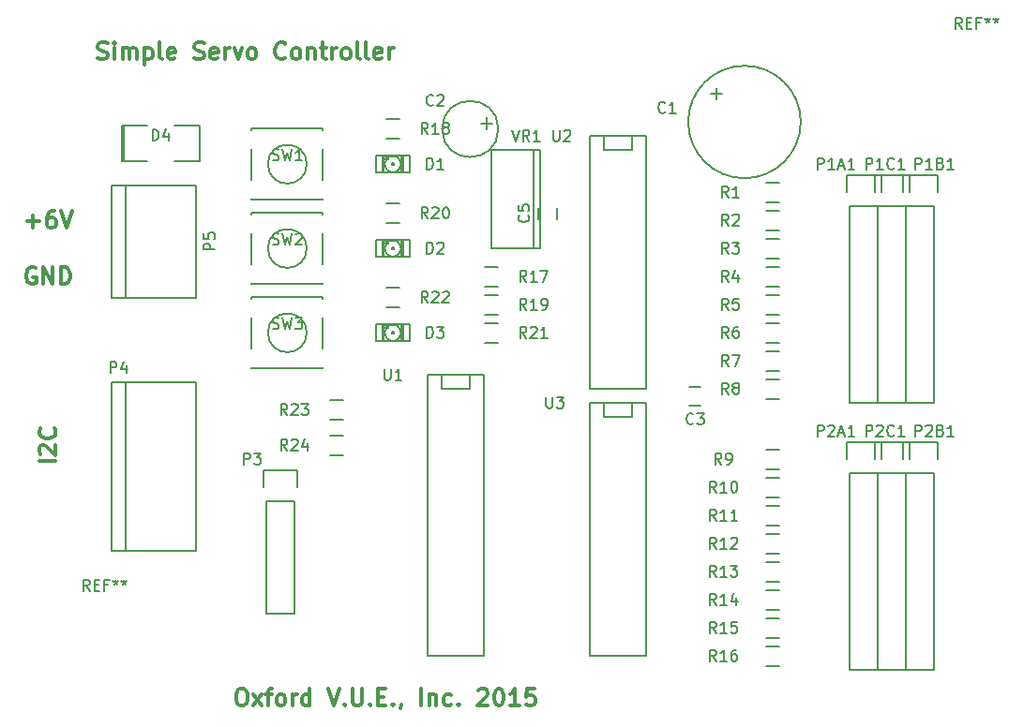
<source format=gto>
G04 #@! TF.FileFunction,Legend,Top*
%FSLAX46Y46*%
G04 Gerber Fmt 4.6, Leading zero omitted, Abs format (unit mm)*
G04 Created by KiCad (PCBNEW (2015-04-09 BZR 5589)-product) date Sunday, April 12, 2015 'PMt' 01:39:24 PM*
%MOMM*%
G01*
G04 APERTURE LIST*
%ADD10C,0.150000*%
%ADD11C,0.300000*%
G04 APERTURE END LIST*
D10*
D11*
X109898571Y-131004285D02*
X108398571Y-131004285D01*
X108541429Y-130361428D02*
X108470000Y-130289999D01*
X108398571Y-130147142D01*
X108398571Y-129789999D01*
X108470000Y-129647142D01*
X108541429Y-129575713D01*
X108684286Y-129504285D01*
X108827143Y-129504285D01*
X109041429Y-129575713D01*
X109898571Y-130432856D01*
X109898571Y-129504285D01*
X109755714Y-128004285D02*
X109827143Y-128075714D01*
X109898571Y-128290000D01*
X109898571Y-128432857D01*
X109827143Y-128647142D01*
X109684286Y-128790000D01*
X109541429Y-128861428D01*
X109255714Y-128932857D01*
X109041429Y-128932857D01*
X108755714Y-128861428D01*
X108612857Y-128790000D01*
X108470000Y-128647142D01*
X108398571Y-128432857D01*
X108398571Y-128290000D01*
X108470000Y-128075714D01*
X108541429Y-128004285D01*
X108077143Y-113550000D02*
X107934286Y-113478571D01*
X107720000Y-113478571D01*
X107505715Y-113550000D01*
X107362857Y-113692857D01*
X107291429Y-113835714D01*
X107220000Y-114121429D01*
X107220000Y-114335714D01*
X107291429Y-114621429D01*
X107362857Y-114764286D01*
X107505715Y-114907143D01*
X107720000Y-114978571D01*
X107862857Y-114978571D01*
X108077143Y-114907143D01*
X108148572Y-114835714D01*
X108148572Y-114335714D01*
X107862857Y-114335714D01*
X108791429Y-114978571D02*
X108791429Y-113478571D01*
X109648572Y-114978571D01*
X109648572Y-113478571D01*
X110362858Y-114978571D02*
X110362858Y-113478571D01*
X110720001Y-113478571D01*
X110934286Y-113550000D01*
X111077144Y-113692857D01*
X111148572Y-113835714D01*
X111220001Y-114121429D01*
X111220001Y-114335714D01*
X111148572Y-114621429D01*
X111077144Y-114764286D01*
X110934286Y-114907143D01*
X110720001Y-114978571D01*
X110362858Y-114978571D01*
X107291429Y-109327143D02*
X108434286Y-109327143D01*
X107862857Y-109898571D02*
X107862857Y-108755714D01*
X109791429Y-108398571D02*
X109505715Y-108398571D01*
X109362858Y-108470000D01*
X109291429Y-108541429D01*
X109148572Y-108755714D01*
X109077143Y-109041429D01*
X109077143Y-109612857D01*
X109148572Y-109755714D01*
X109220000Y-109827143D01*
X109362858Y-109898571D01*
X109648572Y-109898571D01*
X109791429Y-109827143D01*
X109862858Y-109755714D01*
X109934286Y-109612857D01*
X109934286Y-109255714D01*
X109862858Y-109112857D01*
X109791429Y-109041429D01*
X109648572Y-108970000D01*
X109362858Y-108970000D01*
X109220000Y-109041429D01*
X109148572Y-109112857D01*
X109077143Y-109255714D01*
X110362857Y-108398571D02*
X110862857Y-109898571D01*
X111362857Y-108398571D01*
X126557143Y-151578571D02*
X126842857Y-151578571D01*
X126985715Y-151650000D01*
X127128572Y-151792857D01*
X127200000Y-152078571D01*
X127200000Y-152578571D01*
X127128572Y-152864286D01*
X126985715Y-153007143D01*
X126842857Y-153078571D01*
X126557143Y-153078571D01*
X126414286Y-153007143D01*
X126271429Y-152864286D01*
X126200000Y-152578571D01*
X126200000Y-152078571D01*
X126271429Y-151792857D01*
X126414286Y-151650000D01*
X126557143Y-151578571D01*
X127700001Y-153078571D02*
X128485715Y-152078571D01*
X127700001Y-152078571D02*
X128485715Y-153078571D01*
X128842858Y-152078571D02*
X129414287Y-152078571D01*
X129057144Y-153078571D02*
X129057144Y-151792857D01*
X129128572Y-151650000D01*
X129271430Y-151578571D01*
X129414287Y-151578571D01*
X130128573Y-153078571D02*
X129985715Y-153007143D01*
X129914287Y-152935714D01*
X129842858Y-152792857D01*
X129842858Y-152364286D01*
X129914287Y-152221429D01*
X129985715Y-152150000D01*
X130128573Y-152078571D01*
X130342858Y-152078571D01*
X130485715Y-152150000D01*
X130557144Y-152221429D01*
X130628573Y-152364286D01*
X130628573Y-152792857D01*
X130557144Y-152935714D01*
X130485715Y-153007143D01*
X130342858Y-153078571D01*
X130128573Y-153078571D01*
X131271430Y-153078571D02*
X131271430Y-152078571D01*
X131271430Y-152364286D02*
X131342858Y-152221429D01*
X131414287Y-152150000D01*
X131557144Y-152078571D01*
X131700001Y-152078571D01*
X132842858Y-153078571D02*
X132842858Y-151578571D01*
X132842858Y-153007143D02*
X132700001Y-153078571D01*
X132414287Y-153078571D01*
X132271429Y-153007143D01*
X132200001Y-152935714D01*
X132128572Y-152792857D01*
X132128572Y-152364286D01*
X132200001Y-152221429D01*
X132271429Y-152150000D01*
X132414287Y-152078571D01*
X132700001Y-152078571D01*
X132842858Y-152150000D01*
X134485715Y-151578571D02*
X134985715Y-153078571D01*
X135485715Y-151578571D01*
X135985715Y-152935714D02*
X136057143Y-153007143D01*
X135985715Y-153078571D01*
X135914286Y-153007143D01*
X135985715Y-152935714D01*
X135985715Y-153078571D01*
X136700001Y-151578571D02*
X136700001Y-152792857D01*
X136771429Y-152935714D01*
X136842858Y-153007143D01*
X136985715Y-153078571D01*
X137271429Y-153078571D01*
X137414287Y-153007143D01*
X137485715Y-152935714D01*
X137557144Y-152792857D01*
X137557144Y-151578571D01*
X138271430Y-152935714D02*
X138342858Y-153007143D01*
X138271430Y-153078571D01*
X138200001Y-153007143D01*
X138271430Y-152935714D01*
X138271430Y-153078571D01*
X138985716Y-152292857D02*
X139485716Y-152292857D01*
X139700002Y-153078571D02*
X138985716Y-153078571D01*
X138985716Y-151578571D01*
X139700002Y-151578571D01*
X140342859Y-152935714D02*
X140414287Y-153007143D01*
X140342859Y-153078571D01*
X140271430Y-153007143D01*
X140342859Y-152935714D01*
X140342859Y-153078571D01*
X141128573Y-153007143D02*
X141128573Y-153078571D01*
X141057145Y-153221429D01*
X140985716Y-153292857D01*
X142914288Y-153078571D02*
X142914288Y-151578571D01*
X143628574Y-152078571D02*
X143628574Y-153078571D01*
X143628574Y-152221429D02*
X143700002Y-152150000D01*
X143842860Y-152078571D01*
X144057145Y-152078571D01*
X144200002Y-152150000D01*
X144271431Y-152292857D01*
X144271431Y-153078571D01*
X145628574Y-153007143D02*
X145485717Y-153078571D01*
X145200003Y-153078571D01*
X145057145Y-153007143D01*
X144985717Y-152935714D01*
X144914288Y-152792857D01*
X144914288Y-152364286D01*
X144985717Y-152221429D01*
X145057145Y-152150000D01*
X145200003Y-152078571D01*
X145485717Y-152078571D01*
X145628574Y-152150000D01*
X146271431Y-152935714D02*
X146342859Y-153007143D01*
X146271431Y-153078571D01*
X146200002Y-153007143D01*
X146271431Y-152935714D01*
X146271431Y-153078571D01*
X148057145Y-151721429D02*
X148128574Y-151650000D01*
X148271431Y-151578571D01*
X148628574Y-151578571D01*
X148771431Y-151650000D01*
X148842860Y-151721429D01*
X148914288Y-151864286D01*
X148914288Y-152007143D01*
X148842860Y-152221429D01*
X147985717Y-153078571D01*
X148914288Y-153078571D01*
X149842859Y-151578571D02*
X149985716Y-151578571D01*
X150128573Y-151650000D01*
X150200002Y-151721429D01*
X150271431Y-151864286D01*
X150342859Y-152150000D01*
X150342859Y-152507143D01*
X150271431Y-152792857D01*
X150200002Y-152935714D01*
X150128573Y-153007143D01*
X149985716Y-153078571D01*
X149842859Y-153078571D01*
X149700002Y-153007143D01*
X149628573Y-152935714D01*
X149557145Y-152792857D01*
X149485716Y-152507143D01*
X149485716Y-152150000D01*
X149557145Y-151864286D01*
X149628573Y-151721429D01*
X149700002Y-151650000D01*
X149842859Y-151578571D01*
X151771430Y-153078571D02*
X150914287Y-153078571D01*
X151342859Y-153078571D02*
X151342859Y-151578571D01*
X151200002Y-151792857D01*
X151057144Y-151935714D01*
X150914287Y-152007143D01*
X153128573Y-151578571D02*
X152414287Y-151578571D01*
X152342858Y-152292857D01*
X152414287Y-152221429D01*
X152557144Y-152150000D01*
X152914287Y-152150000D01*
X153057144Y-152221429D01*
X153128573Y-152292857D01*
X153200001Y-152435714D01*
X153200001Y-152792857D01*
X153128573Y-152935714D01*
X153057144Y-153007143D01*
X152914287Y-153078571D01*
X152557144Y-153078571D01*
X152414287Y-153007143D01*
X152342858Y-152935714D01*
X113714287Y-94587143D02*
X113928573Y-94658571D01*
X114285716Y-94658571D01*
X114428573Y-94587143D01*
X114500002Y-94515714D01*
X114571430Y-94372857D01*
X114571430Y-94230000D01*
X114500002Y-94087143D01*
X114428573Y-94015714D01*
X114285716Y-93944286D01*
X114000002Y-93872857D01*
X113857144Y-93801429D01*
X113785716Y-93730000D01*
X113714287Y-93587143D01*
X113714287Y-93444286D01*
X113785716Y-93301429D01*
X113857144Y-93230000D01*
X114000002Y-93158571D01*
X114357144Y-93158571D01*
X114571430Y-93230000D01*
X115214287Y-94658571D02*
X115214287Y-93658571D01*
X115214287Y-93158571D02*
X115142858Y-93230000D01*
X115214287Y-93301429D01*
X115285715Y-93230000D01*
X115214287Y-93158571D01*
X115214287Y-93301429D01*
X115928573Y-94658571D02*
X115928573Y-93658571D01*
X115928573Y-93801429D02*
X116000001Y-93730000D01*
X116142859Y-93658571D01*
X116357144Y-93658571D01*
X116500001Y-93730000D01*
X116571430Y-93872857D01*
X116571430Y-94658571D01*
X116571430Y-93872857D02*
X116642859Y-93730000D01*
X116785716Y-93658571D01*
X117000001Y-93658571D01*
X117142859Y-93730000D01*
X117214287Y-93872857D01*
X117214287Y-94658571D01*
X117928573Y-93658571D02*
X117928573Y-95158571D01*
X117928573Y-93730000D02*
X118071430Y-93658571D01*
X118357144Y-93658571D01*
X118500001Y-93730000D01*
X118571430Y-93801429D01*
X118642859Y-93944286D01*
X118642859Y-94372857D01*
X118571430Y-94515714D01*
X118500001Y-94587143D01*
X118357144Y-94658571D01*
X118071430Y-94658571D01*
X117928573Y-94587143D01*
X119500002Y-94658571D02*
X119357144Y-94587143D01*
X119285716Y-94444286D01*
X119285716Y-93158571D01*
X120642858Y-94587143D02*
X120500001Y-94658571D01*
X120214287Y-94658571D01*
X120071430Y-94587143D01*
X120000001Y-94444286D01*
X120000001Y-93872857D01*
X120071430Y-93730000D01*
X120214287Y-93658571D01*
X120500001Y-93658571D01*
X120642858Y-93730000D01*
X120714287Y-93872857D01*
X120714287Y-94015714D01*
X120000001Y-94158571D01*
X122428572Y-94587143D02*
X122642858Y-94658571D01*
X123000001Y-94658571D01*
X123142858Y-94587143D01*
X123214287Y-94515714D01*
X123285715Y-94372857D01*
X123285715Y-94230000D01*
X123214287Y-94087143D01*
X123142858Y-94015714D01*
X123000001Y-93944286D01*
X122714287Y-93872857D01*
X122571429Y-93801429D01*
X122500001Y-93730000D01*
X122428572Y-93587143D01*
X122428572Y-93444286D01*
X122500001Y-93301429D01*
X122571429Y-93230000D01*
X122714287Y-93158571D01*
X123071429Y-93158571D01*
X123285715Y-93230000D01*
X124500000Y-94587143D02*
X124357143Y-94658571D01*
X124071429Y-94658571D01*
X123928572Y-94587143D01*
X123857143Y-94444286D01*
X123857143Y-93872857D01*
X123928572Y-93730000D01*
X124071429Y-93658571D01*
X124357143Y-93658571D01*
X124500000Y-93730000D01*
X124571429Y-93872857D01*
X124571429Y-94015714D01*
X123857143Y-94158571D01*
X125214286Y-94658571D02*
X125214286Y-93658571D01*
X125214286Y-93944286D02*
X125285714Y-93801429D01*
X125357143Y-93730000D01*
X125500000Y-93658571D01*
X125642857Y-93658571D01*
X126000000Y-93658571D02*
X126357143Y-94658571D01*
X126714285Y-93658571D01*
X127500000Y-94658571D02*
X127357142Y-94587143D01*
X127285714Y-94515714D01*
X127214285Y-94372857D01*
X127214285Y-93944286D01*
X127285714Y-93801429D01*
X127357142Y-93730000D01*
X127500000Y-93658571D01*
X127714285Y-93658571D01*
X127857142Y-93730000D01*
X127928571Y-93801429D01*
X128000000Y-93944286D01*
X128000000Y-94372857D01*
X127928571Y-94515714D01*
X127857142Y-94587143D01*
X127714285Y-94658571D01*
X127500000Y-94658571D01*
X130642857Y-94515714D02*
X130571428Y-94587143D01*
X130357142Y-94658571D01*
X130214285Y-94658571D01*
X130000000Y-94587143D01*
X129857142Y-94444286D01*
X129785714Y-94301429D01*
X129714285Y-94015714D01*
X129714285Y-93801429D01*
X129785714Y-93515714D01*
X129857142Y-93372857D01*
X130000000Y-93230000D01*
X130214285Y-93158571D01*
X130357142Y-93158571D01*
X130571428Y-93230000D01*
X130642857Y-93301429D01*
X131500000Y-94658571D02*
X131357142Y-94587143D01*
X131285714Y-94515714D01*
X131214285Y-94372857D01*
X131214285Y-93944286D01*
X131285714Y-93801429D01*
X131357142Y-93730000D01*
X131500000Y-93658571D01*
X131714285Y-93658571D01*
X131857142Y-93730000D01*
X131928571Y-93801429D01*
X132000000Y-93944286D01*
X132000000Y-94372857D01*
X131928571Y-94515714D01*
X131857142Y-94587143D01*
X131714285Y-94658571D01*
X131500000Y-94658571D01*
X132642857Y-93658571D02*
X132642857Y-94658571D01*
X132642857Y-93801429D02*
X132714285Y-93730000D01*
X132857143Y-93658571D01*
X133071428Y-93658571D01*
X133214285Y-93730000D01*
X133285714Y-93872857D01*
X133285714Y-94658571D01*
X133785714Y-93658571D02*
X134357143Y-93658571D01*
X134000000Y-93158571D02*
X134000000Y-94444286D01*
X134071428Y-94587143D01*
X134214286Y-94658571D01*
X134357143Y-94658571D01*
X134857143Y-94658571D02*
X134857143Y-93658571D01*
X134857143Y-93944286D02*
X134928571Y-93801429D01*
X135000000Y-93730000D01*
X135142857Y-93658571D01*
X135285714Y-93658571D01*
X136000000Y-94658571D02*
X135857142Y-94587143D01*
X135785714Y-94515714D01*
X135714285Y-94372857D01*
X135714285Y-93944286D01*
X135785714Y-93801429D01*
X135857142Y-93730000D01*
X136000000Y-93658571D01*
X136214285Y-93658571D01*
X136357142Y-93730000D01*
X136428571Y-93801429D01*
X136500000Y-93944286D01*
X136500000Y-94372857D01*
X136428571Y-94515714D01*
X136357142Y-94587143D01*
X136214285Y-94658571D01*
X136000000Y-94658571D01*
X137357143Y-94658571D02*
X137214285Y-94587143D01*
X137142857Y-94444286D01*
X137142857Y-93158571D01*
X138142857Y-94658571D02*
X137999999Y-94587143D01*
X137928571Y-94444286D01*
X137928571Y-93158571D01*
X139285713Y-94587143D02*
X139142856Y-94658571D01*
X138857142Y-94658571D01*
X138714285Y-94587143D01*
X138642856Y-94444286D01*
X138642856Y-93872857D01*
X138714285Y-93730000D01*
X138857142Y-93658571D01*
X139142856Y-93658571D01*
X139285713Y-93730000D01*
X139357142Y-93872857D01*
X139357142Y-94015714D01*
X138642856Y-94158571D01*
X139999999Y-94658571D02*
X139999999Y-93658571D01*
X139999999Y-93944286D02*
X140071427Y-93801429D01*
X140142856Y-93730000D01*
X140285713Y-93658571D01*
X140428570Y-93658571D01*
D10*
X169545000Y-97282000D02*
X169545000Y-98298000D01*
X169037000Y-97790000D02*
X170053000Y-97790000D01*
X177165000Y-100330000D02*
G75*
G03X177165000Y-100330000I-5080000J0D01*
G01*
X148844000Y-100965000D02*
X148844000Y-99898200D01*
X149352000Y-100457000D02*
X148310600Y-100457000D01*
X149860000Y-100965000D02*
G75*
G03X149860000Y-100965000I-2540000J0D01*
G01*
X167140000Y-125945000D02*
X168140000Y-125945000D01*
X168140000Y-124245000D02*
X167140000Y-124245000D01*
X153455000Y-108085000D02*
X153455000Y-109085000D01*
X155155000Y-109085000D02*
X155155000Y-108085000D01*
X140434060Y-104040940D02*
X140235940Y-104040940D01*
X140235940Y-104040940D02*
X140235940Y-104239060D01*
X140434060Y-104239060D02*
X140235940Y-104239060D01*
X140434060Y-104040940D02*
X140434060Y-104239060D01*
X139885420Y-103441500D02*
X139537440Y-103441500D01*
X139537440Y-103441500D02*
X139537440Y-103690420D01*
X139885420Y-103690420D02*
X139537440Y-103690420D01*
X139885420Y-103441500D02*
X139885420Y-103690420D01*
X139537440Y-103441500D02*
X139435840Y-103441500D01*
X139435840Y-103441500D02*
X139435840Y-104637840D01*
X139537440Y-104637840D02*
X139435840Y-104637840D01*
X139537440Y-103441500D02*
X139537440Y-104637840D01*
X139537440Y-104688640D02*
X139435840Y-104688640D01*
X139435840Y-104688640D02*
X139435840Y-104838500D01*
X139537440Y-104838500D02*
X139435840Y-104838500D01*
X139537440Y-104688640D02*
X139537440Y-104838500D01*
X141234160Y-103441500D02*
X141132560Y-103441500D01*
X141132560Y-103441500D02*
X141132560Y-104637840D01*
X141234160Y-104637840D02*
X141132560Y-104637840D01*
X141234160Y-103441500D02*
X141234160Y-104637840D01*
X141234160Y-104688640D02*
X141132560Y-104688640D01*
X141132560Y-104688640D02*
X141132560Y-104838500D01*
X141234160Y-104838500D02*
X141132560Y-104838500D01*
X141234160Y-104688640D02*
X141234160Y-104838500D01*
X139885420Y-103441500D02*
X139735560Y-103441500D01*
X139735560Y-103441500D02*
X139735560Y-103690420D01*
X139885420Y-103690420D02*
X139735560Y-103690420D01*
X139885420Y-103441500D02*
X139885420Y-103690420D01*
X138785600Y-103390700D02*
X141884400Y-103390700D01*
X141884400Y-103390700D02*
X141884400Y-104889300D01*
X141884400Y-104889300D02*
X138785600Y-104889300D01*
X138785600Y-104889300D02*
X138785600Y-103390700D01*
X140882262Y-103640646D02*
G75*
G03X139786360Y-103642160I-547262J-499354D01*
G01*
X140883133Y-104638398D02*
G75*
G03X140883640Y-103642160I-548133J498398D01*
G01*
X139787738Y-104639354D02*
G75*
G03X140883640Y-104637840I547262J499354D01*
G01*
X139786867Y-103641602D02*
G75*
G03X139786360Y-104637840I548133J-498398D01*
G01*
X140434060Y-111660940D02*
X140235940Y-111660940D01*
X140235940Y-111660940D02*
X140235940Y-111859060D01*
X140434060Y-111859060D02*
X140235940Y-111859060D01*
X140434060Y-111660940D02*
X140434060Y-111859060D01*
X139885420Y-111061500D02*
X139537440Y-111061500D01*
X139537440Y-111061500D02*
X139537440Y-111310420D01*
X139885420Y-111310420D02*
X139537440Y-111310420D01*
X139885420Y-111061500D02*
X139885420Y-111310420D01*
X139537440Y-111061500D02*
X139435840Y-111061500D01*
X139435840Y-111061500D02*
X139435840Y-112257840D01*
X139537440Y-112257840D02*
X139435840Y-112257840D01*
X139537440Y-111061500D02*
X139537440Y-112257840D01*
X139537440Y-112308640D02*
X139435840Y-112308640D01*
X139435840Y-112308640D02*
X139435840Y-112458500D01*
X139537440Y-112458500D02*
X139435840Y-112458500D01*
X139537440Y-112308640D02*
X139537440Y-112458500D01*
X141234160Y-111061500D02*
X141132560Y-111061500D01*
X141132560Y-111061500D02*
X141132560Y-112257840D01*
X141234160Y-112257840D02*
X141132560Y-112257840D01*
X141234160Y-111061500D02*
X141234160Y-112257840D01*
X141234160Y-112308640D02*
X141132560Y-112308640D01*
X141132560Y-112308640D02*
X141132560Y-112458500D01*
X141234160Y-112458500D02*
X141132560Y-112458500D01*
X141234160Y-112308640D02*
X141234160Y-112458500D01*
X139885420Y-111061500D02*
X139735560Y-111061500D01*
X139735560Y-111061500D02*
X139735560Y-111310420D01*
X139885420Y-111310420D02*
X139735560Y-111310420D01*
X139885420Y-111061500D02*
X139885420Y-111310420D01*
X138785600Y-111010700D02*
X141884400Y-111010700D01*
X141884400Y-111010700D02*
X141884400Y-112509300D01*
X141884400Y-112509300D02*
X138785600Y-112509300D01*
X138785600Y-112509300D02*
X138785600Y-111010700D01*
X140882262Y-111260646D02*
G75*
G03X139786360Y-111262160I-547262J-499354D01*
G01*
X140883133Y-112258398D02*
G75*
G03X140883640Y-111262160I-548133J498398D01*
G01*
X139787738Y-112259354D02*
G75*
G03X140883640Y-112257840I547262J499354D01*
G01*
X139786867Y-111261602D02*
G75*
G03X139786360Y-112257840I548133J-498398D01*
G01*
X140434060Y-119280940D02*
X140235940Y-119280940D01*
X140235940Y-119280940D02*
X140235940Y-119479060D01*
X140434060Y-119479060D02*
X140235940Y-119479060D01*
X140434060Y-119280940D02*
X140434060Y-119479060D01*
X139885420Y-118681500D02*
X139537440Y-118681500D01*
X139537440Y-118681500D02*
X139537440Y-118930420D01*
X139885420Y-118930420D02*
X139537440Y-118930420D01*
X139885420Y-118681500D02*
X139885420Y-118930420D01*
X139537440Y-118681500D02*
X139435840Y-118681500D01*
X139435840Y-118681500D02*
X139435840Y-119877840D01*
X139537440Y-119877840D02*
X139435840Y-119877840D01*
X139537440Y-118681500D02*
X139537440Y-119877840D01*
X139537440Y-119928640D02*
X139435840Y-119928640D01*
X139435840Y-119928640D02*
X139435840Y-120078500D01*
X139537440Y-120078500D02*
X139435840Y-120078500D01*
X139537440Y-119928640D02*
X139537440Y-120078500D01*
X141234160Y-118681500D02*
X141132560Y-118681500D01*
X141132560Y-118681500D02*
X141132560Y-119877840D01*
X141234160Y-119877840D02*
X141132560Y-119877840D01*
X141234160Y-118681500D02*
X141234160Y-119877840D01*
X141234160Y-119928640D02*
X141132560Y-119928640D01*
X141132560Y-119928640D02*
X141132560Y-120078500D01*
X141234160Y-120078500D02*
X141132560Y-120078500D01*
X141234160Y-119928640D02*
X141234160Y-120078500D01*
X139885420Y-118681500D02*
X139735560Y-118681500D01*
X139735560Y-118681500D02*
X139735560Y-118930420D01*
X139885420Y-118930420D02*
X139735560Y-118930420D01*
X139885420Y-118681500D02*
X139885420Y-118930420D01*
X138785600Y-118630700D02*
X141884400Y-118630700D01*
X141884400Y-118630700D02*
X141884400Y-120129300D01*
X141884400Y-120129300D02*
X138785600Y-120129300D01*
X138785600Y-120129300D02*
X138785600Y-118630700D01*
X140882262Y-118880646D02*
G75*
G03X139786360Y-118882160I-547262J-499354D01*
G01*
X140883133Y-119878398D02*
G75*
G03X140883640Y-118882160I-548133J498398D01*
G01*
X139787738Y-119879354D02*
G75*
G03X140883640Y-119877840I547262J499354D01*
G01*
X139786867Y-118881602D02*
G75*
G03X139786360Y-119877840I548133J-498398D01*
G01*
X116080000Y-100635000D02*
X116080000Y-103835000D01*
X122880120Y-100634800D02*
X122880120Y-103835200D01*
X115880000Y-100635000D02*
X115880000Y-103835000D01*
X120576340Y-103840280D02*
X122862340Y-103840280D01*
X122862340Y-100629720D02*
X120576340Y-100629720D01*
X118180000Y-100635000D02*
X115880000Y-100635000D01*
X115880000Y-103835000D02*
X118180000Y-103835000D01*
X184150000Y-107950000D02*
X184150000Y-125730000D01*
X184150000Y-125730000D02*
X181610000Y-125730000D01*
X181610000Y-125730000D02*
X181610000Y-107950000D01*
X184430000Y-105130000D02*
X184430000Y-106680000D01*
X184150000Y-107950000D02*
X181610000Y-107950000D01*
X181330000Y-106680000D02*
X181330000Y-105130000D01*
X181330000Y-105130000D02*
X184430000Y-105130000D01*
X189230000Y-107950000D02*
X189230000Y-125730000D01*
X189230000Y-125730000D02*
X186690000Y-125730000D01*
X186690000Y-125730000D02*
X186690000Y-107950000D01*
X189510000Y-105130000D02*
X189510000Y-106680000D01*
X189230000Y-107950000D02*
X186690000Y-107950000D01*
X186410000Y-106680000D02*
X186410000Y-105130000D01*
X186410000Y-105130000D02*
X189510000Y-105130000D01*
X186690000Y-107950000D02*
X186690000Y-125730000D01*
X186690000Y-125730000D02*
X184150000Y-125730000D01*
X184150000Y-125730000D02*
X184150000Y-107950000D01*
X186970000Y-105130000D02*
X186970000Y-106680000D01*
X186690000Y-107950000D02*
X184150000Y-107950000D01*
X183870000Y-106680000D02*
X183870000Y-105130000D01*
X183870000Y-105130000D02*
X186970000Y-105130000D01*
X184150000Y-132080000D02*
X184150000Y-149860000D01*
X184150000Y-149860000D02*
X181610000Y-149860000D01*
X181610000Y-149860000D02*
X181610000Y-132080000D01*
X184430000Y-129260000D02*
X184430000Y-130810000D01*
X184150000Y-132080000D02*
X181610000Y-132080000D01*
X181330000Y-130810000D02*
X181330000Y-129260000D01*
X181330000Y-129260000D02*
X184430000Y-129260000D01*
X189230000Y-132080000D02*
X189230000Y-149860000D01*
X189230000Y-149860000D02*
X186690000Y-149860000D01*
X186690000Y-149860000D02*
X186690000Y-132080000D01*
X189510000Y-129260000D02*
X189510000Y-130810000D01*
X189230000Y-132080000D02*
X186690000Y-132080000D01*
X186410000Y-130810000D02*
X186410000Y-129260000D01*
X186410000Y-129260000D02*
X189510000Y-129260000D01*
X186690000Y-132080000D02*
X186690000Y-149860000D01*
X186690000Y-149860000D02*
X184150000Y-149860000D01*
X184150000Y-149860000D02*
X184150000Y-132080000D01*
X186970000Y-129260000D02*
X186970000Y-130810000D01*
X186690000Y-132080000D02*
X184150000Y-132080000D01*
X183870000Y-130810000D02*
X183870000Y-129260000D01*
X183870000Y-129260000D02*
X186970000Y-129260000D01*
X128625000Y-133350000D02*
X128625000Y-131800000D01*
X128625000Y-131800000D02*
X131725000Y-131800000D01*
X131725000Y-131800000D02*
X131725000Y-133350000D01*
X131445000Y-134620000D02*
X131445000Y-144780000D01*
X131445000Y-144780000D02*
X128905000Y-144780000D01*
X128905000Y-144780000D02*
X128905000Y-134620000D01*
X131445000Y-134620000D02*
X128905000Y-134620000D01*
X114935000Y-123825000D02*
X122555000Y-123825000D01*
X114935000Y-139065000D02*
X122555000Y-139065000D01*
X116205000Y-123825000D02*
X116205000Y-139065000D01*
X122555000Y-123825000D02*
X122555000Y-139065000D01*
X114935000Y-123825000D02*
X114935000Y-139065000D01*
X116205000Y-116205000D02*
X116205000Y-106045000D01*
X114935000Y-116205000D02*
X122555000Y-116205000D01*
X122555000Y-116205000D02*
X122555000Y-106045000D01*
X122555000Y-106045000D02*
X114935000Y-106045000D01*
X114935000Y-106045000D02*
X114935000Y-116205000D01*
X175225000Y-107555000D02*
X174025000Y-107555000D01*
X174025000Y-105805000D02*
X175225000Y-105805000D01*
X175225000Y-110095000D02*
X174025000Y-110095000D01*
X174025000Y-108345000D02*
X175225000Y-108345000D01*
X175225000Y-112635000D02*
X174025000Y-112635000D01*
X174025000Y-110885000D02*
X175225000Y-110885000D01*
X175225000Y-115175000D02*
X174025000Y-115175000D01*
X174025000Y-113425000D02*
X175225000Y-113425000D01*
X175225000Y-117715000D02*
X174025000Y-117715000D01*
X174025000Y-115965000D02*
X175225000Y-115965000D01*
X175225000Y-120255000D02*
X174025000Y-120255000D01*
X174025000Y-118505000D02*
X175225000Y-118505000D01*
X175225000Y-122795000D02*
X174025000Y-122795000D01*
X174025000Y-121045000D02*
X175225000Y-121045000D01*
X175225000Y-125335000D02*
X174025000Y-125335000D01*
X174025000Y-123585000D02*
X175225000Y-123585000D01*
X175225000Y-131685000D02*
X174025000Y-131685000D01*
X174025000Y-129935000D02*
X175225000Y-129935000D01*
X175225000Y-134225000D02*
X174025000Y-134225000D01*
X174025000Y-132475000D02*
X175225000Y-132475000D01*
X175225000Y-136765000D02*
X174025000Y-136765000D01*
X174025000Y-135015000D02*
X175225000Y-135015000D01*
X175225000Y-139305000D02*
X174025000Y-139305000D01*
X174025000Y-137555000D02*
X175225000Y-137555000D01*
X175225000Y-141845000D02*
X174025000Y-141845000D01*
X174025000Y-140095000D02*
X175225000Y-140095000D01*
X175225000Y-144385000D02*
X174025000Y-144385000D01*
X174025000Y-142635000D02*
X175225000Y-142635000D01*
X175225000Y-146925000D02*
X174025000Y-146925000D01*
X174025000Y-145175000D02*
X175225000Y-145175000D01*
X175225000Y-149465000D02*
X174025000Y-149465000D01*
X174025000Y-147715000D02*
X175225000Y-147715000D01*
X148625000Y-113425000D02*
X149825000Y-113425000D01*
X149825000Y-115175000D02*
X148625000Y-115175000D01*
X139735000Y-100090000D02*
X140935000Y-100090000D01*
X140935000Y-101840000D02*
X139735000Y-101840000D01*
X148625000Y-115965000D02*
X149825000Y-115965000D01*
X149825000Y-117715000D02*
X148625000Y-117715000D01*
X139735000Y-107710000D02*
X140935000Y-107710000D01*
X140935000Y-109460000D02*
X139735000Y-109460000D01*
X148625000Y-118505000D02*
X149825000Y-118505000D01*
X149825000Y-120255000D02*
X148625000Y-120255000D01*
X139735000Y-115330000D02*
X140935000Y-115330000D01*
X140935000Y-117080000D02*
X139735000Y-117080000D01*
X134655000Y-125490000D02*
X135855000Y-125490000D01*
X135855000Y-127240000D02*
X134655000Y-127240000D01*
X134655000Y-128665000D02*
X135855000Y-128665000D01*
X135855000Y-130415000D02*
X134655000Y-130415000D01*
X132560714Y-104140000D02*
G75*
G03X132560714Y-104140000I-1750714J0D01*
G01*
X134035000Y-100915000D02*
X134035000Y-101040000D01*
X134035000Y-107365000D02*
X134035000Y-107240000D01*
X127585000Y-107365000D02*
X127585000Y-107240000D01*
X127585000Y-101040000D02*
X127585000Y-100915000D01*
X134035000Y-102740000D02*
X134035000Y-105540000D01*
X127585000Y-100915000D02*
X134035000Y-100915000D01*
X127585000Y-102740000D02*
X127585000Y-105540000D01*
X127585000Y-107365000D02*
X134035000Y-107365000D01*
X132560714Y-111760000D02*
G75*
G03X132560714Y-111760000I-1750714J0D01*
G01*
X134035000Y-108535000D02*
X134035000Y-108660000D01*
X134035000Y-114985000D02*
X134035000Y-114860000D01*
X127585000Y-114985000D02*
X127585000Y-114860000D01*
X127585000Y-108660000D02*
X127585000Y-108535000D01*
X134035000Y-110360000D02*
X134035000Y-113160000D01*
X127585000Y-108535000D02*
X134035000Y-108535000D01*
X127585000Y-110360000D02*
X127585000Y-113160000D01*
X127585000Y-114985000D02*
X134035000Y-114985000D01*
X132560714Y-119380000D02*
G75*
G03X132560714Y-119380000I-1750714J0D01*
G01*
X134035000Y-116155000D02*
X134035000Y-116280000D01*
X134035000Y-122605000D02*
X134035000Y-122480000D01*
X127585000Y-122605000D02*
X127585000Y-122480000D01*
X127585000Y-116280000D02*
X127585000Y-116155000D01*
X134035000Y-117980000D02*
X134035000Y-120780000D01*
X127585000Y-116155000D02*
X134035000Y-116155000D01*
X127585000Y-117980000D02*
X127585000Y-120780000D01*
X127585000Y-122605000D02*
X134035000Y-122605000D01*
X147320000Y-123190000D02*
X147320000Y-124460000D01*
X147320000Y-124460000D02*
X144780000Y-124460000D01*
X144780000Y-124460000D02*
X144780000Y-123190000D01*
X148590000Y-123190000D02*
X148590000Y-148590000D01*
X148590000Y-148590000D02*
X143510000Y-148590000D01*
X143510000Y-148590000D02*
X143510000Y-123190000D01*
X143510000Y-123190000D02*
X148590000Y-123190000D01*
X161925000Y-101600000D02*
X161925000Y-101600000D01*
X161925000Y-101600000D02*
X161925000Y-102870000D01*
X161925000Y-102870000D02*
X159385000Y-102870000D01*
X159385000Y-102870000D02*
X159385000Y-101600000D01*
X163195000Y-101600000D02*
X163195000Y-124460000D01*
X163195000Y-124460000D02*
X158115000Y-124460000D01*
X158115000Y-124460000D02*
X158115000Y-101600000D01*
X158115000Y-101600000D02*
X163195000Y-101600000D01*
X161925000Y-125730000D02*
X161925000Y-125730000D01*
X161925000Y-125730000D02*
X161925000Y-127000000D01*
X161925000Y-127000000D02*
X159385000Y-127000000D01*
X159385000Y-127000000D02*
X159385000Y-125730000D01*
X163195000Y-125730000D02*
X163195000Y-148590000D01*
X163195000Y-148590000D02*
X158115000Y-148590000D01*
X158115000Y-148590000D02*
X158115000Y-125730000D01*
X158115000Y-125730000D02*
X163195000Y-125730000D01*
X153035000Y-102870000D02*
X153670000Y-102870000D01*
X153670000Y-102870000D02*
X153670000Y-111760000D01*
X153670000Y-111760000D02*
X153035000Y-111760000D01*
X149225000Y-102870000D02*
X153035000Y-102870000D01*
X153035000Y-102870000D02*
X153035000Y-111760000D01*
X153035000Y-111760000D02*
X149225000Y-111760000D01*
X149225000Y-111760000D02*
X149225000Y-102870000D01*
X164933334Y-99417143D02*
X164885715Y-99464762D01*
X164742858Y-99512381D01*
X164647620Y-99512381D01*
X164504762Y-99464762D01*
X164409524Y-99369524D01*
X164361905Y-99274286D01*
X164314286Y-99083810D01*
X164314286Y-98940952D01*
X164361905Y-98750476D01*
X164409524Y-98655238D01*
X164504762Y-98560000D01*
X164647620Y-98512381D01*
X164742858Y-98512381D01*
X164885715Y-98560000D01*
X164933334Y-98607619D01*
X165885715Y-99512381D02*
X165314286Y-99512381D01*
X165600000Y-99512381D02*
X165600000Y-98512381D01*
X165504762Y-98655238D01*
X165409524Y-98750476D01*
X165314286Y-98798095D01*
X143978334Y-98782143D02*
X143930715Y-98829762D01*
X143787858Y-98877381D01*
X143692620Y-98877381D01*
X143549762Y-98829762D01*
X143454524Y-98734524D01*
X143406905Y-98639286D01*
X143359286Y-98448810D01*
X143359286Y-98305952D01*
X143406905Y-98115476D01*
X143454524Y-98020238D01*
X143549762Y-97925000D01*
X143692620Y-97877381D01*
X143787858Y-97877381D01*
X143930715Y-97925000D01*
X143978334Y-97972619D01*
X144359286Y-97972619D02*
X144406905Y-97925000D01*
X144502143Y-97877381D01*
X144740239Y-97877381D01*
X144835477Y-97925000D01*
X144883096Y-97972619D01*
X144930715Y-98067857D01*
X144930715Y-98163095D01*
X144883096Y-98305952D01*
X144311667Y-98877381D01*
X144930715Y-98877381D01*
X167473334Y-127552143D02*
X167425715Y-127599762D01*
X167282858Y-127647381D01*
X167187620Y-127647381D01*
X167044762Y-127599762D01*
X166949524Y-127504524D01*
X166901905Y-127409286D01*
X166854286Y-127218810D01*
X166854286Y-127075952D01*
X166901905Y-126885476D01*
X166949524Y-126790238D01*
X167044762Y-126695000D01*
X167187620Y-126647381D01*
X167282858Y-126647381D01*
X167425715Y-126695000D01*
X167473334Y-126742619D01*
X167806667Y-126647381D02*
X168425715Y-126647381D01*
X168092381Y-127028333D01*
X168235239Y-127028333D01*
X168330477Y-127075952D01*
X168378096Y-127123571D01*
X168425715Y-127218810D01*
X168425715Y-127456905D01*
X168378096Y-127552143D01*
X168330477Y-127599762D01*
X168235239Y-127647381D01*
X167949524Y-127647381D01*
X167854286Y-127599762D01*
X167806667Y-127552143D01*
X152562143Y-108751666D02*
X152609762Y-108799285D01*
X152657381Y-108942142D01*
X152657381Y-109037380D01*
X152609762Y-109180238D01*
X152514524Y-109275476D01*
X152419286Y-109323095D01*
X152228810Y-109370714D01*
X152085952Y-109370714D01*
X151895476Y-109323095D01*
X151800238Y-109275476D01*
X151705000Y-109180238D01*
X151657381Y-109037380D01*
X151657381Y-108942142D01*
X151705000Y-108799285D01*
X151752619Y-108751666D01*
X151657381Y-107846904D02*
X151657381Y-108323095D01*
X152133571Y-108370714D01*
X152085952Y-108323095D01*
X152038333Y-108227857D01*
X152038333Y-107989761D01*
X152085952Y-107894523D01*
X152133571Y-107846904D01*
X152228810Y-107799285D01*
X152466905Y-107799285D01*
X152562143Y-107846904D01*
X152609762Y-107894523D01*
X152657381Y-107989761D01*
X152657381Y-108227857D01*
X152609762Y-108323095D01*
X152562143Y-108370714D01*
X143406905Y-104592381D02*
X143406905Y-103592381D01*
X143645000Y-103592381D01*
X143787858Y-103640000D01*
X143883096Y-103735238D01*
X143930715Y-103830476D01*
X143978334Y-104020952D01*
X143978334Y-104163810D01*
X143930715Y-104354286D01*
X143883096Y-104449524D01*
X143787858Y-104544762D01*
X143645000Y-104592381D01*
X143406905Y-104592381D01*
X144930715Y-104592381D02*
X144359286Y-104592381D01*
X144645000Y-104592381D02*
X144645000Y-103592381D01*
X144549762Y-103735238D01*
X144454524Y-103830476D01*
X144359286Y-103878095D01*
X143406905Y-112212381D02*
X143406905Y-111212381D01*
X143645000Y-111212381D01*
X143787858Y-111260000D01*
X143883096Y-111355238D01*
X143930715Y-111450476D01*
X143978334Y-111640952D01*
X143978334Y-111783810D01*
X143930715Y-111974286D01*
X143883096Y-112069524D01*
X143787858Y-112164762D01*
X143645000Y-112212381D01*
X143406905Y-112212381D01*
X144359286Y-111307619D02*
X144406905Y-111260000D01*
X144502143Y-111212381D01*
X144740239Y-111212381D01*
X144835477Y-111260000D01*
X144883096Y-111307619D01*
X144930715Y-111402857D01*
X144930715Y-111498095D01*
X144883096Y-111640952D01*
X144311667Y-112212381D01*
X144930715Y-112212381D01*
X143406905Y-119832381D02*
X143406905Y-118832381D01*
X143645000Y-118832381D01*
X143787858Y-118880000D01*
X143883096Y-118975238D01*
X143930715Y-119070476D01*
X143978334Y-119260952D01*
X143978334Y-119403810D01*
X143930715Y-119594286D01*
X143883096Y-119689524D01*
X143787858Y-119784762D01*
X143645000Y-119832381D01*
X143406905Y-119832381D01*
X144311667Y-118832381D02*
X144930715Y-118832381D01*
X144597381Y-119213333D01*
X144740239Y-119213333D01*
X144835477Y-119260952D01*
X144883096Y-119308571D01*
X144930715Y-119403810D01*
X144930715Y-119641905D01*
X144883096Y-119737143D01*
X144835477Y-119784762D01*
X144740239Y-119832381D01*
X144454524Y-119832381D01*
X144359286Y-119784762D01*
X144311667Y-119737143D01*
X118641905Y-101987381D02*
X118641905Y-100987381D01*
X118880000Y-100987381D01*
X119022858Y-101035000D01*
X119118096Y-101130238D01*
X119165715Y-101225476D01*
X119213334Y-101415952D01*
X119213334Y-101558810D01*
X119165715Y-101749286D01*
X119118096Y-101844524D01*
X119022858Y-101939762D01*
X118880000Y-101987381D01*
X118641905Y-101987381D01*
X120070477Y-101320714D02*
X120070477Y-101987381D01*
X119832381Y-100939762D02*
X119594286Y-101654048D01*
X120213334Y-101654048D01*
X178697143Y-104592381D02*
X178697143Y-103592381D01*
X179078096Y-103592381D01*
X179173334Y-103640000D01*
X179220953Y-103687619D01*
X179268572Y-103782857D01*
X179268572Y-103925714D01*
X179220953Y-104020952D01*
X179173334Y-104068571D01*
X179078096Y-104116190D01*
X178697143Y-104116190D01*
X180220953Y-104592381D02*
X179649524Y-104592381D01*
X179935238Y-104592381D02*
X179935238Y-103592381D01*
X179840000Y-103735238D01*
X179744762Y-103830476D01*
X179649524Y-103878095D01*
X180601905Y-104306667D02*
X181078096Y-104306667D01*
X180506667Y-104592381D02*
X180840000Y-103592381D01*
X181173334Y-104592381D01*
X182030477Y-104592381D02*
X181459048Y-104592381D01*
X181744762Y-104592381D02*
X181744762Y-103592381D01*
X181649524Y-103735238D01*
X181554286Y-103830476D01*
X181459048Y-103878095D01*
X187515714Y-104592381D02*
X187515714Y-103592381D01*
X187896667Y-103592381D01*
X187991905Y-103640000D01*
X188039524Y-103687619D01*
X188087143Y-103782857D01*
X188087143Y-103925714D01*
X188039524Y-104020952D01*
X187991905Y-104068571D01*
X187896667Y-104116190D01*
X187515714Y-104116190D01*
X189039524Y-104592381D02*
X188468095Y-104592381D01*
X188753809Y-104592381D02*
X188753809Y-103592381D01*
X188658571Y-103735238D01*
X188563333Y-103830476D01*
X188468095Y-103878095D01*
X189801429Y-104068571D02*
X189944286Y-104116190D01*
X189991905Y-104163810D01*
X190039524Y-104259048D01*
X190039524Y-104401905D01*
X189991905Y-104497143D01*
X189944286Y-104544762D01*
X189849048Y-104592381D01*
X189468095Y-104592381D01*
X189468095Y-103592381D01*
X189801429Y-103592381D01*
X189896667Y-103640000D01*
X189944286Y-103687619D01*
X189991905Y-103782857D01*
X189991905Y-103878095D01*
X189944286Y-103973333D01*
X189896667Y-104020952D01*
X189801429Y-104068571D01*
X189468095Y-104068571D01*
X190991905Y-104592381D02*
X190420476Y-104592381D01*
X190706190Y-104592381D02*
X190706190Y-103592381D01*
X190610952Y-103735238D01*
X190515714Y-103830476D01*
X190420476Y-103878095D01*
X183070714Y-104592381D02*
X183070714Y-103592381D01*
X183451667Y-103592381D01*
X183546905Y-103640000D01*
X183594524Y-103687619D01*
X183642143Y-103782857D01*
X183642143Y-103925714D01*
X183594524Y-104020952D01*
X183546905Y-104068571D01*
X183451667Y-104116190D01*
X183070714Y-104116190D01*
X184594524Y-104592381D02*
X184023095Y-104592381D01*
X184308809Y-104592381D02*
X184308809Y-103592381D01*
X184213571Y-103735238D01*
X184118333Y-103830476D01*
X184023095Y-103878095D01*
X185594524Y-104497143D02*
X185546905Y-104544762D01*
X185404048Y-104592381D01*
X185308810Y-104592381D01*
X185165952Y-104544762D01*
X185070714Y-104449524D01*
X185023095Y-104354286D01*
X184975476Y-104163810D01*
X184975476Y-104020952D01*
X185023095Y-103830476D01*
X185070714Y-103735238D01*
X185165952Y-103640000D01*
X185308810Y-103592381D01*
X185404048Y-103592381D01*
X185546905Y-103640000D01*
X185594524Y-103687619D01*
X186546905Y-104592381D02*
X185975476Y-104592381D01*
X186261190Y-104592381D02*
X186261190Y-103592381D01*
X186165952Y-103735238D01*
X186070714Y-103830476D01*
X185975476Y-103878095D01*
X178697143Y-128722381D02*
X178697143Y-127722381D01*
X179078096Y-127722381D01*
X179173334Y-127770000D01*
X179220953Y-127817619D01*
X179268572Y-127912857D01*
X179268572Y-128055714D01*
X179220953Y-128150952D01*
X179173334Y-128198571D01*
X179078096Y-128246190D01*
X178697143Y-128246190D01*
X179649524Y-127817619D02*
X179697143Y-127770000D01*
X179792381Y-127722381D01*
X180030477Y-127722381D01*
X180125715Y-127770000D01*
X180173334Y-127817619D01*
X180220953Y-127912857D01*
X180220953Y-128008095D01*
X180173334Y-128150952D01*
X179601905Y-128722381D01*
X180220953Y-128722381D01*
X180601905Y-128436667D02*
X181078096Y-128436667D01*
X180506667Y-128722381D02*
X180840000Y-127722381D01*
X181173334Y-128722381D01*
X182030477Y-128722381D02*
X181459048Y-128722381D01*
X181744762Y-128722381D02*
X181744762Y-127722381D01*
X181649524Y-127865238D01*
X181554286Y-127960476D01*
X181459048Y-128008095D01*
X187515714Y-128722381D02*
X187515714Y-127722381D01*
X187896667Y-127722381D01*
X187991905Y-127770000D01*
X188039524Y-127817619D01*
X188087143Y-127912857D01*
X188087143Y-128055714D01*
X188039524Y-128150952D01*
X187991905Y-128198571D01*
X187896667Y-128246190D01*
X187515714Y-128246190D01*
X188468095Y-127817619D02*
X188515714Y-127770000D01*
X188610952Y-127722381D01*
X188849048Y-127722381D01*
X188944286Y-127770000D01*
X188991905Y-127817619D01*
X189039524Y-127912857D01*
X189039524Y-128008095D01*
X188991905Y-128150952D01*
X188420476Y-128722381D01*
X189039524Y-128722381D01*
X189801429Y-128198571D02*
X189944286Y-128246190D01*
X189991905Y-128293810D01*
X190039524Y-128389048D01*
X190039524Y-128531905D01*
X189991905Y-128627143D01*
X189944286Y-128674762D01*
X189849048Y-128722381D01*
X189468095Y-128722381D01*
X189468095Y-127722381D01*
X189801429Y-127722381D01*
X189896667Y-127770000D01*
X189944286Y-127817619D01*
X189991905Y-127912857D01*
X189991905Y-128008095D01*
X189944286Y-128103333D01*
X189896667Y-128150952D01*
X189801429Y-128198571D01*
X189468095Y-128198571D01*
X190991905Y-128722381D02*
X190420476Y-128722381D01*
X190706190Y-128722381D02*
X190706190Y-127722381D01*
X190610952Y-127865238D01*
X190515714Y-127960476D01*
X190420476Y-128008095D01*
X183070714Y-128722381D02*
X183070714Y-127722381D01*
X183451667Y-127722381D01*
X183546905Y-127770000D01*
X183594524Y-127817619D01*
X183642143Y-127912857D01*
X183642143Y-128055714D01*
X183594524Y-128150952D01*
X183546905Y-128198571D01*
X183451667Y-128246190D01*
X183070714Y-128246190D01*
X184023095Y-127817619D02*
X184070714Y-127770000D01*
X184165952Y-127722381D01*
X184404048Y-127722381D01*
X184499286Y-127770000D01*
X184546905Y-127817619D01*
X184594524Y-127912857D01*
X184594524Y-128008095D01*
X184546905Y-128150952D01*
X183975476Y-128722381D01*
X184594524Y-128722381D01*
X185594524Y-128627143D02*
X185546905Y-128674762D01*
X185404048Y-128722381D01*
X185308810Y-128722381D01*
X185165952Y-128674762D01*
X185070714Y-128579524D01*
X185023095Y-128484286D01*
X184975476Y-128293810D01*
X184975476Y-128150952D01*
X185023095Y-127960476D01*
X185070714Y-127865238D01*
X185165952Y-127770000D01*
X185308810Y-127722381D01*
X185404048Y-127722381D01*
X185546905Y-127770000D01*
X185594524Y-127817619D01*
X186546905Y-128722381D02*
X185975476Y-128722381D01*
X186261190Y-128722381D02*
X186261190Y-127722381D01*
X186165952Y-127865238D01*
X186070714Y-127960476D01*
X185975476Y-128008095D01*
X126896905Y-131262381D02*
X126896905Y-130262381D01*
X127277858Y-130262381D01*
X127373096Y-130310000D01*
X127420715Y-130357619D01*
X127468334Y-130452857D01*
X127468334Y-130595714D01*
X127420715Y-130690952D01*
X127373096Y-130738571D01*
X127277858Y-130786190D01*
X126896905Y-130786190D01*
X127801667Y-130262381D02*
X128420715Y-130262381D01*
X128087381Y-130643333D01*
X128230239Y-130643333D01*
X128325477Y-130690952D01*
X128373096Y-130738571D01*
X128420715Y-130833810D01*
X128420715Y-131071905D01*
X128373096Y-131167143D01*
X128325477Y-131214762D01*
X128230239Y-131262381D01*
X127944524Y-131262381D01*
X127849286Y-131214762D01*
X127801667Y-131167143D01*
X114831905Y-123007381D02*
X114831905Y-122007381D01*
X115212858Y-122007381D01*
X115308096Y-122055000D01*
X115355715Y-122102619D01*
X115403334Y-122197857D01*
X115403334Y-122340714D01*
X115355715Y-122435952D01*
X115308096Y-122483571D01*
X115212858Y-122531190D01*
X114831905Y-122531190D01*
X116260477Y-122340714D02*
X116260477Y-123007381D01*
X116022381Y-121959762D02*
X115784286Y-122674048D01*
X116403334Y-122674048D01*
X124277381Y-111863095D02*
X123277381Y-111863095D01*
X123277381Y-111482142D01*
X123325000Y-111386904D01*
X123372619Y-111339285D01*
X123467857Y-111291666D01*
X123610714Y-111291666D01*
X123705952Y-111339285D01*
X123753571Y-111386904D01*
X123801190Y-111482142D01*
X123801190Y-111863095D01*
X123277381Y-110386904D02*
X123277381Y-110863095D01*
X123753571Y-110910714D01*
X123705952Y-110863095D01*
X123658333Y-110767857D01*
X123658333Y-110529761D01*
X123705952Y-110434523D01*
X123753571Y-110386904D01*
X123848810Y-110339285D01*
X124086905Y-110339285D01*
X124182143Y-110386904D01*
X124229762Y-110434523D01*
X124277381Y-110529761D01*
X124277381Y-110767857D01*
X124229762Y-110863095D01*
X124182143Y-110910714D01*
X170648334Y-107132381D02*
X170315000Y-106656190D01*
X170076905Y-107132381D02*
X170076905Y-106132381D01*
X170457858Y-106132381D01*
X170553096Y-106180000D01*
X170600715Y-106227619D01*
X170648334Y-106322857D01*
X170648334Y-106465714D01*
X170600715Y-106560952D01*
X170553096Y-106608571D01*
X170457858Y-106656190D01*
X170076905Y-106656190D01*
X171600715Y-107132381D02*
X171029286Y-107132381D01*
X171315000Y-107132381D02*
X171315000Y-106132381D01*
X171219762Y-106275238D01*
X171124524Y-106370476D01*
X171029286Y-106418095D01*
X170648334Y-109672381D02*
X170315000Y-109196190D01*
X170076905Y-109672381D02*
X170076905Y-108672381D01*
X170457858Y-108672381D01*
X170553096Y-108720000D01*
X170600715Y-108767619D01*
X170648334Y-108862857D01*
X170648334Y-109005714D01*
X170600715Y-109100952D01*
X170553096Y-109148571D01*
X170457858Y-109196190D01*
X170076905Y-109196190D01*
X171029286Y-108767619D02*
X171076905Y-108720000D01*
X171172143Y-108672381D01*
X171410239Y-108672381D01*
X171505477Y-108720000D01*
X171553096Y-108767619D01*
X171600715Y-108862857D01*
X171600715Y-108958095D01*
X171553096Y-109100952D01*
X170981667Y-109672381D01*
X171600715Y-109672381D01*
X170648334Y-112212381D02*
X170315000Y-111736190D01*
X170076905Y-112212381D02*
X170076905Y-111212381D01*
X170457858Y-111212381D01*
X170553096Y-111260000D01*
X170600715Y-111307619D01*
X170648334Y-111402857D01*
X170648334Y-111545714D01*
X170600715Y-111640952D01*
X170553096Y-111688571D01*
X170457858Y-111736190D01*
X170076905Y-111736190D01*
X170981667Y-111212381D02*
X171600715Y-111212381D01*
X171267381Y-111593333D01*
X171410239Y-111593333D01*
X171505477Y-111640952D01*
X171553096Y-111688571D01*
X171600715Y-111783810D01*
X171600715Y-112021905D01*
X171553096Y-112117143D01*
X171505477Y-112164762D01*
X171410239Y-112212381D01*
X171124524Y-112212381D01*
X171029286Y-112164762D01*
X170981667Y-112117143D01*
X170648334Y-114752381D02*
X170315000Y-114276190D01*
X170076905Y-114752381D02*
X170076905Y-113752381D01*
X170457858Y-113752381D01*
X170553096Y-113800000D01*
X170600715Y-113847619D01*
X170648334Y-113942857D01*
X170648334Y-114085714D01*
X170600715Y-114180952D01*
X170553096Y-114228571D01*
X170457858Y-114276190D01*
X170076905Y-114276190D01*
X171505477Y-114085714D02*
X171505477Y-114752381D01*
X171267381Y-113704762D02*
X171029286Y-114419048D01*
X171648334Y-114419048D01*
X170648334Y-117292381D02*
X170315000Y-116816190D01*
X170076905Y-117292381D02*
X170076905Y-116292381D01*
X170457858Y-116292381D01*
X170553096Y-116340000D01*
X170600715Y-116387619D01*
X170648334Y-116482857D01*
X170648334Y-116625714D01*
X170600715Y-116720952D01*
X170553096Y-116768571D01*
X170457858Y-116816190D01*
X170076905Y-116816190D01*
X171553096Y-116292381D02*
X171076905Y-116292381D01*
X171029286Y-116768571D01*
X171076905Y-116720952D01*
X171172143Y-116673333D01*
X171410239Y-116673333D01*
X171505477Y-116720952D01*
X171553096Y-116768571D01*
X171600715Y-116863810D01*
X171600715Y-117101905D01*
X171553096Y-117197143D01*
X171505477Y-117244762D01*
X171410239Y-117292381D01*
X171172143Y-117292381D01*
X171076905Y-117244762D01*
X171029286Y-117197143D01*
X170648334Y-119832381D02*
X170315000Y-119356190D01*
X170076905Y-119832381D02*
X170076905Y-118832381D01*
X170457858Y-118832381D01*
X170553096Y-118880000D01*
X170600715Y-118927619D01*
X170648334Y-119022857D01*
X170648334Y-119165714D01*
X170600715Y-119260952D01*
X170553096Y-119308571D01*
X170457858Y-119356190D01*
X170076905Y-119356190D01*
X171505477Y-118832381D02*
X171315000Y-118832381D01*
X171219762Y-118880000D01*
X171172143Y-118927619D01*
X171076905Y-119070476D01*
X171029286Y-119260952D01*
X171029286Y-119641905D01*
X171076905Y-119737143D01*
X171124524Y-119784762D01*
X171219762Y-119832381D01*
X171410239Y-119832381D01*
X171505477Y-119784762D01*
X171553096Y-119737143D01*
X171600715Y-119641905D01*
X171600715Y-119403810D01*
X171553096Y-119308571D01*
X171505477Y-119260952D01*
X171410239Y-119213333D01*
X171219762Y-119213333D01*
X171124524Y-119260952D01*
X171076905Y-119308571D01*
X171029286Y-119403810D01*
X170648334Y-122372381D02*
X170315000Y-121896190D01*
X170076905Y-122372381D02*
X170076905Y-121372381D01*
X170457858Y-121372381D01*
X170553096Y-121420000D01*
X170600715Y-121467619D01*
X170648334Y-121562857D01*
X170648334Y-121705714D01*
X170600715Y-121800952D01*
X170553096Y-121848571D01*
X170457858Y-121896190D01*
X170076905Y-121896190D01*
X170981667Y-121372381D02*
X171648334Y-121372381D01*
X171219762Y-122372381D01*
X170648334Y-124912381D02*
X170315000Y-124436190D01*
X170076905Y-124912381D02*
X170076905Y-123912381D01*
X170457858Y-123912381D01*
X170553096Y-123960000D01*
X170600715Y-124007619D01*
X170648334Y-124102857D01*
X170648334Y-124245714D01*
X170600715Y-124340952D01*
X170553096Y-124388571D01*
X170457858Y-124436190D01*
X170076905Y-124436190D01*
X171219762Y-124340952D02*
X171124524Y-124293333D01*
X171076905Y-124245714D01*
X171029286Y-124150476D01*
X171029286Y-124102857D01*
X171076905Y-124007619D01*
X171124524Y-123960000D01*
X171219762Y-123912381D01*
X171410239Y-123912381D01*
X171505477Y-123960000D01*
X171553096Y-124007619D01*
X171600715Y-124102857D01*
X171600715Y-124150476D01*
X171553096Y-124245714D01*
X171505477Y-124293333D01*
X171410239Y-124340952D01*
X171219762Y-124340952D01*
X171124524Y-124388571D01*
X171076905Y-124436190D01*
X171029286Y-124531429D01*
X171029286Y-124721905D01*
X171076905Y-124817143D01*
X171124524Y-124864762D01*
X171219762Y-124912381D01*
X171410239Y-124912381D01*
X171505477Y-124864762D01*
X171553096Y-124817143D01*
X171600715Y-124721905D01*
X171600715Y-124531429D01*
X171553096Y-124436190D01*
X171505477Y-124388571D01*
X171410239Y-124340952D01*
X170013334Y-131262381D02*
X169680000Y-130786190D01*
X169441905Y-131262381D02*
X169441905Y-130262381D01*
X169822858Y-130262381D01*
X169918096Y-130310000D01*
X169965715Y-130357619D01*
X170013334Y-130452857D01*
X170013334Y-130595714D01*
X169965715Y-130690952D01*
X169918096Y-130738571D01*
X169822858Y-130786190D01*
X169441905Y-130786190D01*
X170489524Y-131262381D02*
X170680000Y-131262381D01*
X170775239Y-131214762D01*
X170822858Y-131167143D01*
X170918096Y-131024286D01*
X170965715Y-130833810D01*
X170965715Y-130452857D01*
X170918096Y-130357619D01*
X170870477Y-130310000D01*
X170775239Y-130262381D01*
X170584762Y-130262381D01*
X170489524Y-130310000D01*
X170441905Y-130357619D01*
X170394286Y-130452857D01*
X170394286Y-130690952D01*
X170441905Y-130786190D01*
X170489524Y-130833810D01*
X170584762Y-130881429D01*
X170775239Y-130881429D01*
X170870477Y-130833810D01*
X170918096Y-130786190D01*
X170965715Y-130690952D01*
X169537143Y-133802381D02*
X169203809Y-133326190D01*
X168965714Y-133802381D02*
X168965714Y-132802381D01*
X169346667Y-132802381D01*
X169441905Y-132850000D01*
X169489524Y-132897619D01*
X169537143Y-132992857D01*
X169537143Y-133135714D01*
X169489524Y-133230952D01*
X169441905Y-133278571D01*
X169346667Y-133326190D01*
X168965714Y-133326190D01*
X170489524Y-133802381D02*
X169918095Y-133802381D01*
X170203809Y-133802381D02*
X170203809Y-132802381D01*
X170108571Y-132945238D01*
X170013333Y-133040476D01*
X169918095Y-133088095D01*
X171108571Y-132802381D02*
X171203810Y-132802381D01*
X171299048Y-132850000D01*
X171346667Y-132897619D01*
X171394286Y-132992857D01*
X171441905Y-133183333D01*
X171441905Y-133421429D01*
X171394286Y-133611905D01*
X171346667Y-133707143D01*
X171299048Y-133754762D01*
X171203810Y-133802381D01*
X171108571Y-133802381D01*
X171013333Y-133754762D01*
X170965714Y-133707143D01*
X170918095Y-133611905D01*
X170870476Y-133421429D01*
X170870476Y-133183333D01*
X170918095Y-132992857D01*
X170965714Y-132897619D01*
X171013333Y-132850000D01*
X171108571Y-132802381D01*
X169537143Y-136342381D02*
X169203809Y-135866190D01*
X168965714Y-136342381D02*
X168965714Y-135342381D01*
X169346667Y-135342381D01*
X169441905Y-135390000D01*
X169489524Y-135437619D01*
X169537143Y-135532857D01*
X169537143Y-135675714D01*
X169489524Y-135770952D01*
X169441905Y-135818571D01*
X169346667Y-135866190D01*
X168965714Y-135866190D01*
X170489524Y-136342381D02*
X169918095Y-136342381D01*
X170203809Y-136342381D02*
X170203809Y-135342381D01*
X170108571Y-135485238D01*
X170013333Y-135580476D01*
X169918095Y-135628095D01*
X171441905Y-136342381D02*
X170870476Y-136342381D01*
X171156190Y-136342381D02*
X171156190Y-135342381D01*
X171060952Y-135485238D01*
X170965714Y-135580476D01*
X170870476Y-135628095D01*
X169537143Y-138882381D02*
X169203809Y-138406190D01*
X168965714Y-138882381D02*
X168965714Y-137882381D01*
X169346667Y-137882381D01*
X169441905Y-137930000D01*
X169489524Y-137977619D01*
X169537143Y-138072857D01*
X169537143Y-138215714D01*
X169489524Y-138310952D01*
X169441905Y-138358571D01*
X169346667Y-138406190D01*
X168965714Y-138406190D01*
X170489524Y-138882381D02*
X169918095Y-138882381D01*
X170203809Y-138882381D02*
X170203809Y-137882381D01*
X170108571Y-138025238D01*
X170013333Y-138120476D01*
X169918095Y-138168095D01*
X170870476Y-137977619D02*
X170918095Y-137930000D01*
X171013333Y-137882381D01*
X171251429Y-137882381D01*
X171346667Y-137930000D01*
X171394286Y-137977619D01*
X171441905Y-138072857D01*
X171441905Y-138168095D01*
X171394286Y-138310952D01*
X170822857Y-138882381D01*
X171441905Y-138882381D01*
X169537143Y-141422381D02*
X169203809Y-140946190D01*
X168965714Y-141422381D02*
X168965714Y-140422381D01*
X169346667Y-140422381D01*
X169441905Y-140470000D01*
X169489524Y-140517619D01*
X169537143Y-140612857D01*
X169537143Y-140755714D01*
X169489524Y-140850952D01*
X169441905Y-140898571D01*
X169346667Y-140946190D01*
X168965714Y-140946190D01*
X170489524Y-141422381D02*
X169918095Y-141422381D01*
X170203809Y-141422381D02*
X170203809Y-140422381D01*
X170108571Y-140565238D01*
X170013333Y-140660476D01*
X169918095Y-140708095D01*
X170822857Y-140422381D02*
X171441905Y-140422381D01*
X171108571Y-140803333D01*
X171251429Y-140803333D01*
X171346667Y-140850952D01*
X171394286Y-140898571D01*
X171441905Y-140993810D01*
X171441905Y-141231905D01*
X171394286Y-141327143D01*
X171346667Y-141374762D01*
X171251429Y-141422381D01*
X170965714Y-141422381D01*
X170870476Y-141374762D01*
X170822857Y-141327143D01*
X169537143Y-143962381D02*
X169203809Y-143486190D01*
X168965714Y-143962381D02*
X168965714Y-142962381D01*
X169346667Y-142962381D01*
X169441905Y-143010000D01*
X169489524Y-143057619D01*
X169537143Y-143152857D01*
X169537143Y-143295714D01*
X169489524Y-143390952D01*
X169441905Y-143438571D01*
X169346667Y-143486190D01*
X168965714Y-143486190D01*
X170489524Y-143962381D02*
X169918095Y-143962381D01*
X170203809Y-143962381D02*
X170203809Y-142962381D01*
X170108571Y-143105238D01*
X170013333Y-143200476D01*
X169918095Y-143248095D01*
X171346667Y-143295714D02*
X171346667Y-143962381D01*
X171108571Y-142914762D02*
X170870476Y-143629048D01*
X171489524Y-143629048D01*
X169537143Y-146502381D02*
X169203809Y-146026190D01*
X168965714Y-146502381D02*
X168965714Y-145502381D01*
X169346667Y-145502381D01*
X169441905Y-145550000D01*
X169489524Y-145597619D01*
X169537143Y-145692857D01*
X169537143Y-145835714D01*
X169489524Y-145930952D01*
X169441905Y-145978571D01*
X169346667Y-146026190D01*
X168965714Y-146026190D01*
X170489524Y-146502381D02*
X169918095Y-146502381D01*
X170203809Y-146502381D02*
X170203809Y-145502381D01*
X170108571Y-145645238D01*
X170013333Y-145740476D01*
X169918095Y-145788095D01*
X171394286Y-145502381D02*
X170918095Y-145502381D01*
X170870476Y-145978571D01*
X170918095Y-145930952D01*
X171013333Y-145883333D01*
X171251429Y-145883333D01*
X171346667Y-145930952D01*
X171394286Y-145978571D01*
X171441905Y-146073810D01*
X171441905Y-146311905D01*
X171394286Y-146407143D01*
X171346667Y-146454762D01*
X171251429Y-146502381D01*
X171013333Y-146502381D01*
X170918095Y-146454762D01*
X170870476Y-146407143D01*
X169537143Y-149042381D02*
X169203809Y-148566190D01*
X168965714Y-149042381D02*
X168965714Y-148042381D01*
X169346667Y-148042381D01*
X169441905Y-148090000D01*
X169489524Y-148137619D01*
X169537143Y-148232857D01*
X169537143Y-148375714D01*
X169489524Y-148470952D01*
X169441905Y-148518571D01*
X169346667Y-148566190D01*
X168965714Y-148566190D01*
X170489524Y-149042381D02*
X169918095Y-149042381D01*
X170203809Y-149042381D02*
X170203809Y-148042381D01*
X170108571Y-148185238D01*
X170013333Y-148280476D01*
X169918095Y-148328095D01*
X171346667Y-148042381D02*
X171156190Y-148042381D01*
X171060952Y-148090000D01*
X171013333Y-148137619D01*
X170918095Y-148280476D01*
X170870476Y-148470952D01*
X170870476Y-148851905D01*
X170918095Y-148947143D01*
X170965714Y-148994762D01*
X171060952Y-149042381D01*
X171251429Y-149042381D01*
X171346667Y-148994762D01*
X171394286Y-148947143D01*
X171441905Y-148851905D01*
X171441905Y-148613810D01*
X171394286Y-148518571D01*
X171346667Y-148470952D01*
X171251429Y-148423333D01*
X171060952Y-148423333D01*
X170965714Y-148470952D01*
X170918095Y-148518571D01*
X170870476Y-148613810D01*
X152392143Y-114752381D02*
X152058809Y-114276190D01*
X151820714Y-114752381D02*
X151820714Y-113752381D01*
X152201667Y-113752381D01*
X152296905Y-113800000D01*
X152344524Y-113847619D01*
X152392143Y-113942857D01*
X152392143Y-114085714D01*
X152344524Y-114180952D01*
X152296905Y-114228571D01*
X152201667Y-114276190D01*
X151820714Y-114276190D01*
X153344524Y-114752381D02*
X152773095Y-114752381D01*
X153058809Y-114752381D02*
X153058809Y-113752381D01*
X152963571Y-113895238D01*
X152868333Y-113990476D01*
X152773095Y-114038095D01*
X153677857Y-113752381D02*
X154344524Y-113752381D01*
X153915952Y-114752381D01*
X143502143Y-101417381D02*
X143168809Y-100941190D01*
X142930714Y-101417381D02*
X142930714Y-100417381D01*
X143311667Y-100417381D01*
X143406905Y-100465000D01*
X143454524Y-100512619D01*
X143502143Y-100607857D01*
X143502143Y-100750714D01*
X143454524Y-100845952D01*
X143406905Y-100893571D01*
X143311667Y-100941190D01*
X142930714Y-100941190D01*
X144454524Y-101417381D02*
X143883095Y-101417381D01*
X144168809Y-101417381D02*
X144168809Y-100417381D01*
X144073571Y-100560238D01*
X143978333Y-100655476D01*
X143883095Y-100703095D01*
X145025952Y-100845952D02*
X144930714Y-100798333D01*
X144883095Y-100750714D01*
X144835476Y-100655476D01*
X144835476Y-100607857D01*
X144883095Y-100512619D01*
X144930714Y-100465000D01*
X145025952Y-100417381D01*
X145216429Y-100417381D01*
X145311667Y-100465000D01*
X145359286Y-100512619D01*
X145406905Y-100607857D01*
X145406905Y-100655476D01*
X145359286Y-100750714D01*
X145311667Y-100798333D01*
X145216429Y-100845952D01*
X145025952Y-100845952D01*
X144930714Y-100893571D01*
X144883095Y-100941190D01*
X144835476Y-101036429D01*
X144835476Y-101226905D01*
X144883095Y-101322143D01*
X144930714Y-101369762D01*
X145025952Y-101417381D01*
X145216429Y-101417381D01*
X145311667Y-101369762D01*
X145359286Y-101322143D01*
X145406905Y-101226905D01*
X145406905Y-101036429D01*
X145359286Y-100941190D01*
X145311667Y-100893571D01*
X145216429Y-100845952D01*
X152392143Y-117292381D02*
X152058809Y-116816190D01*
X151820714Y-117292381D02*
X151820714Y-116292381D01*
X152201667Y-116292381D01*
X152296905Y-116340000D01*
X152344524Y-116387619D01*
X152392143Y-116482857D01*
X152392143Y-116625714D01*
X152344524Y-116720952D01*
X152296905Y-116768571D01*
X152201667Y-116816190D01*
X151820714Y-116816190D01*
X153344524Y-117292381D02*
X152773095Y-117292381D01*
X153058809Y-117292381D02*
X153058809Y-116292381D01*
X152963571Y-116435238D01*
X152868333Y-116530476D01*
X152773095Y-116578095D01*
X153820714Y-117292381D02*
X154011190Y-117292381D01*
X154106429Y-117244762D01*
X154154048Y-117197143D01*
X154249286Y-117054286D01*
X154296905Y-116863810D01*
X154296905Y-116482857D01*
X154249286Y-116387619D01*
X154201667Y-116340000D01*
X154106429Y-116292381D01*
X153915952Y-116292381D01*
X153820714Y-116340000D01*
X153773095Y-116387619D01*
X153725476Y-116482857D01*
X153725476Y-116720952D01*
X153773095Y-116816190D01*
X153820714Y-116863810D01*
X153915952Y-116911429D01*
X154106429Y-116911429D01*
X154201667Y-116863810D01*
X154249286Y-116816190D01*
X154296905Y-116720952D01*
X143502143Y-109037381D02*
X143168809Y-108561190D01*
X142930714Y-109037381D02*
X142930714Y-108037381D01*
X143311667Y-108037381D01*
X143406905Y-108085000D01*
X143454524Y-108132619D01*
X143502143Y-108227857D01*
X143502143Y-108370714D01*
X143454524Y-108465952D01*
X143406905Y-108513571D01*
X143311667Y-108561190D01*
X142930714Y-108561190D01*
X143883095Y-108132619D02*
X143930714Y-108085000D01*
X144025952Y-108037381D01*
X144264048Y-108037381D01*
X144359286Y-108085000D01*
X144406905Y-108132619D01*
X144454524Y-108227857D01*
X144454524Y-108323095D01*
X144406905Y-108465952D01*
X143835476Y-109037381D01*
X144454524Y-109037381D01*
X145073571Y-108037381D02*
X145168810Y-108037381D01*
X145264048Y-108085000D01*
X145311667Y-108132619D01*
X145359286Y-108227857D01*
X145406905Y-108418333D01*
X145406905Y-108656429D01*
X145359286Y-108846905D01*
X145311667Y-108942143D01*
X145264048Y-108989762D01*
X145168810Y-109037381D01*
X145073571Y-109037381D01*
X144978333Y-108989762D01*
X144930714Y-108942143D01*
X144883095Y-108846905D01*
X144835476Y-108656429D01*
X144835476Y-108418333D01*
X144883095Y-108227857D01*
X144930714Y-108132619D01*
X144978333Y-108085000D01*
X145073571Y-108037381D01*
X152392143Y-119832381D02*
X152058809Y-119356190D01*
X151820714Y-119832381D02*
X151820714Y-118832381D01*
X152201667Y-118832381D01*
X152296905Y-118880000D01*
X152344524Y-118927619D01*
X152392143Y-119022857D01*
X152392143Y-119165714D01*
X152344524Y-119260952D01*
X152296905Y-119308571D01*
X152201667Y-119356190D01*
X151820714Y-119356190D01*
X152773095Y-118927619D02*
X152820714Y-118880000D01*
X152915952Y-118832381D01*
X153154048Y-118832381D01*
X153249286Y-118880000D01*
X153296905Y-118927619D01*
X153344524Y-119022857D01*
X153344524Y-119118095D01*
X153296905Y-119260952D01*
X152725476Y-119832381D01*
X153344524Y-119832381D01*
X154296905Y-119832381D02*
X153725476Y-119832381D01*
X154011190Y-119832381D02*
X154011190Y-118832381D01*
X153915952Y-118975238D01*
X153820714Y-119070476D01*
X153725476Y-119118095D01*
X143502143Y-116657381D02*
X143168809Y-116181190D01*
X142930714Y-116657381D02*
X142930714Y-115657381D01*
X143311667Y-115657381D01*
X143406905Y-115705000D01*
X143454524Y-115752619D01*
X143502143Y-115847857D01*
X143502143Y-115990714D01*
X143454524Y-116085952D01*
X143406905Y-116133571D01*
X143311667Y-116181190D01*
X142930714Y-116181190D01*
X143883095Y-115752619D02*
X143930714Y-115705000D01*
X144025952Y-115657381D01*
X144264048Y-115657381D01*
X144359286Y-115705000D01*
X144406905Y-115752619D01*
X144454524Y-115847857D01*
X144454524Y-115943095D01*
X144406905Y-116085952D01*
X143835476Y-116657381D01*
X144454524Y-116657381D01*
X144835476Y-115752619D02*
X144883095Y-115705000D01*
X144978333Y-115657381D01*
X145216429Y-115657381D01*
X145311667Y-115705000D01*
X145359286Y-115752619D01*
X145406905Y-115847857D01*
X145406905Y-115943095D01*
X145359286Y-116085952D01*
X144787857Y-116657381D01*
X145406905Y-116657381D01*
X130802143Y-126817381D02*
X130468809Y-126341190D01*
X130230714Y-126817381D02*
X130230714Y-125817381D01*
X130611667Y-125817381D01*
X130706905Y-125865000D01*
X130754524Y-125912619D01*
X130802143Y-126007857D01*
X130802143Y-126150714D01*
X130754524Y-126245952D01*
X130706905Y-126293571D01*
X130611667Y-126341190D01*
X130230714Y-126341190D01*
X131183095Y-125912619D02*
X131230714Y-125865000D01*
X131325952Y-125817381D01*
X131564048Y-125817381D01*
X131659286Y-125865000D01*
X131706905Y-125912619D01*
X131754524Y-126007857D01*
X131754524Y-126103095D01*
X131706905Y-126245952D01*
X131135476Y-126817381D01*
X131754524Y-126817381D01*
X132087857Y-125817381D02*
X132706905Y-125817381D01*
X132373571Y-126198333D01*
X132516429Y-126198333D01*
X132611667Y-126245952D01*
X132659286Y-126293571D01*
X132706905Y-126388810D01*
X132706905Y-126626905D01*
X132659286Y-126722143D01*
X132611667Y-126769762D01*
X132516429Y-126817381D01*
X132230714Y-126817381D01*
X132135476Y-126769762D01*
X132087857Y-126722143D01*
X130802143Y-129992381D02*
X130468809Y-129516190D01*
X130230714Y-129992381D02*
X130230714Y-128992381D01*
X130611667Y-128992381D01*
X130706905Y-129040000D01*
X130754524Y-129087619D01*
X130802143Y-129182857D01*
X130802143Y-129325714D01*
X130754524Y-129420952D01*
X130706905Y-129468571D01*
X130611667Y-129516190D01*
X130230714Y-129516190D01*
X131183095Y-129087619D02*
X131230714Y-129040000D01*
X131325952Y-128992381D01*
X131564048Y-128992381D01*
X131659286Y-129040000D01*
X131706905Y-129087619D01*
X131754524Y-129182857D01*
X131754524Y-129278095D01*
X131706905Y-129420952D01*
X131135476Y-129992381D01*
X131754524Y-129992381D01*
X132611667Y-129325714D02*
X132611667Y-129992381D01*
X132373571Y-128944762D02*
X132135476Y-129659048D01*
X132754524Y-129659048D01*
X129476667Y-103744762D02*
X129619524Y-103792381D01*
X129857620Y-103792381D01*
X129952858Y-103744762D01*
X130000477Y-103697143D01*
X130048096Y-103601905D01*
X130048096Y-103506667D01*
X130000477Y-103411429D01*
X129952858Y-103363810D01*
X129857620Y-103316190D01*
X129667143Y-103268571D01*
X129571905Y-103220952D01*
X129524286Y-103173333D01*
X129476667Y-103078095D01*
X129476667Y-102982857D01*
X129524286Y-102887619D01*
X129571905Y-102840000D01*
X129667143Y-102792381D01*
X129905239Y-102792381D01*
X130048096Y-102840000D01*
X130381429Y-102792381D02*
X130619524Y-103792381D01*
X130810001Y-103078095D01*
X131000477Y-103792381D01*
X131238572Y-102792381D01*
X132143334Y-103792381D02*
X131571905Y-103792381D01*
X131857619Y-103792381D02*
X131857619Y-102792381D01*
X131762381Y-102935238D01*
X131667143Y-103030476D01*
X131571905Y-103078095D01*
X129476667Y-111364762D02*
X129619524Y-111412381D01*
X129857620Y-111412381D01*
X129952858Y-111364762D01*
X130000477Y-111317143D01*
X130048096Y-111221905D01*
X130048096Y-111126667D01*
X130000477Y-111031429D01*
X129952858Y-110983810D01*
X129857620Y-110936190D01*
X129667143Y-110888571D01*
X129571905Y-110840952D01*
X129524286Y-110793333D01*
X129476667Y-110698095D01*
X129476667Y-110602857D01*
X129524286Y-110507619D01*
X129571905Y-110460000D01*
X129667143Y-110412381D01*
X129905239Y-110412381D01*
X130048096Y-110460000D01*
X130381429Y-110412381D02*
X130619524Y-111412381D01*
X130810001Y-110698095D01*
X131000477Y-111412381D01*
X131238572Y-110412381D01*
X131571905Y-110507619D02*
X131619524Y-110460000D01*
X131714762Y-110412381D01*
X131952858Y-110412381D01*
X132048096Y-110460000D01*
X132095715Y-110507619D01*
X132143334Y-110602857D01*
X132143334Y-110698095D01*
X132095715Y-110840952D01*
X131524286Y-111412381D01*
X132143334Y-111412381D01*
X129476667Y-118984762D02*
X129619524Y-119032381D01*
X129857620Y-119032381D01*
X129952858Y-118984762D01*
X130000477Y-118937143D01*
X130048096Y-118841905D01*
X130048096Y-118746667D01*
X130000477Y-118651429D01*
X129952858Y-118603810D01*
X129857620Y-118556190D01*
X129667143Y-118508571D01*
X129571905Y-118460952D01*
X129524286Y-118413333D01*
X129476667Y-118318095D01*
X129476667Y-118222857D01*
X129524286Y-118127619D01*
X129571905Y-118080000D01*
X129667143Y-118032381D01*
X129905239Y-118032381D01*
X130048096Y-118080000D01*
X130381429Y-118032381D02*
X130619524Y-119032381D01*
X130810001Y-118318095D01*
X131000477Y-119032381D01*
X131238572Y-118032381D01*
X131524286Y-118032381D02*
X132143334Y-118032381D01*
X131810000Y-118413333D01*
X131952858Y-118413333D01*
X132048096Y-118460952D01*
X132095715Y-118508571D01*
X132143334Y-118603810D01*
X132143334Y-118841905D01*
X132095715Y-118937143D01*
X132048096Y-118984762D01*
X131952858Y-119032381D01*
X131667143Y-119032381D01*
X131571905Y-118984762D01*
X131524286Y-118937143D01*
X139573095Y-122642381D02*
X139573095Y-123451905D01*
X139620714Y-123547143D01*
X139668333Y-123594762D01*
X139763571Y-123642381D01*
X139954048Y-123642381D01*
X140049286Y-123594762D01*
X140096905Y-123547143D01*
X140144524Y-123451905D01*
X140144524Y-122642381D01*
X141144524Y-123642381D02*
X140573095Y-123642381D01*
X140858809Y-123642381D02*
X140858809Y-122642381D01*
X140763571Y-122785238D01*
X140668333Y-122880476D01*
X140573095Y-122928095D01*
X154813095Y-101052381D02*
X154813095Y-101861905D01*
X154860714Y-101957143D01*
X154908333Y-102004762D01*
X155003571Y-102052381D01*
X155194048Y-102052381D01*
X155289286Y-102004762D01*
X155336905Y-101957143D01*
X155384524Y-101861905D01*
X155384524Y-101052381D01*
X155813095Y-101147619D02*
X155860714Y-101100000D01*
X155955952Y-101052381D01*
X156194048Y-101052381D01*
X156289286Y-101100000D01*
X156336905Y-101147619D01*
X156384524Y-101242857D01*
X156384524Y-101338095D01*
X156336905Y-101480952D01*
X155765476Y-102052381D01*
X156384524Y-102052381D01*
X154178095Y-125182381D02*
X154178095Y-125991905D01*
X154225714Y-126087143D01*
X154273333Y-126134762D01*
X154368571Y-126182381D01*
X154559048Y-126182381D01*
X154654286Y-126134762D01*
X154701905Y-126087143D01*
X154749524Y-125991905D01*
X154749524Y-125182381D01*
X155130476Y-125182381D02*
X155749524Y-125182381D01*
X155416190Y-125563333D01*
X155559048Y-125563333D01*
X155654286Y-125610952D01*
X155701905Y-125658571D01*
X155749524Y-125753810D01*
X155749524Y-125991905D01*
X155701905Y-126087143D01*
X155654286Y-126134762D01*
X155559048Y-126182381D01*
X155273333Y-126182381D01*
X155178095Y-126134762D01*
X155130476Y-126087143D01*
X151090476Y-101052381D02*
X151423809Y-102052381D01*
X151757143Y-101052381D01*
X152661905Y-102052381D02*
X152328571Y-101576190D01*
X152090476Y-102052381D02*
X152090476Y-101052381D01*
X152471429Y-101052381D01*
X152566667Y-101100000D01*
X152614286Y-101147619D01*
X152661905Y-101242857D01*
X152661905Y-101385714D01*
X152614286Y-101480952D01*
X152566667Y-101528571D01*
X152471429Y-101576190D01*
X152090476Y-101576190D01*
X153614286Y-102052381D02*
X153042857Y-102052381D01*
X153328571Y-102052381D02*
X153328571Y-101052381D01*
X153233333Y-101195238D01*
X153138095Y-101290476D01*
X153042857Y-101338095D01*
X112966667Y-142692381D02*
X112633333Y-142216190D01*
X112395238Y-142692381D02*
X112395238Y-141692381D01*
X112776191Y-141692381D01*
X112871429Y-141740000D01*
X112919048Y-141787619D01*
X112966667Y-141882857D01*
X112966667Y-142025714D01*
X112919048Y-142120952D01*
X112871429Y-142168571D01*
X112776191Y-142216190D01*
X112395238Y-142216190D01*
X113395238Y-142168571D02*
X113728572Y-142168571D01*
X113871429Y-142692381D02*
X113395238Y-142692381D01*
X113395238Y-141692381D01*
X113871429Y-141692381D01*
X114633334Y-142168571D02*
X114300000Y-142168571D01*
X114300000Y-142692381D02*
X114300000Y-141692381D01*
X114776191Y-141692381D01*
X115300000Y-141692381D02*
X115300000Y-141930476D01*
X115061905Y-141835238D02*
X115300000Y-141930476D01*
X115538096Y-141835238D01*
X115157143Y-142120952D02*
X115300000Y-141930476D01*
X115442858Y-142120952D01*
X116061905Y-141692381D02*
X116061905Y-141930476D01*
X115823810Y-141835238D02*
X116061905Y-141930476D01*
X116300001Y-141835238D01*
X115919048Y-142120952D02*
X116061905Y-141930476D01*
X116204763Y-142120952D01*
X191706667Y-91892381D02*
X191373333Y-91416190D01*
X191135238Y-91892381D02*
X191135238Y-90892381D01*
X191516191Y-90892381D01*
X191611429Y-90940000D01*
X191659048Y-90987619D01*
X191706667Y-91082857D01*
X191706667Y-91225714D01*
X191659048Y-91320952D01*
X191611429Y-91368571D01*
X191516191Y-91416190D01*
X191135238Y-91416190D01*
X192135238Y-91368571D02*
X192468572Y-91368571D01*
X192611429Y-91892381D02*
X192135238Y-91892381D01*
X192135238Y-90892381D01*
X192611429Y-90892381D01*
X193373334Y-91368571D02*
X193040000Y-91368571D01*
X193040000Y-91892381D02*
X193040000Y-90892381D01*
X193516191Y-90892381D01*
X194040000Y-90892381D02*
X194040000Y-91130476D01*
X193801905Y-91035238D02*
X194040000Y-91130476D01*
X194278096Y-91035238D01*
X193897143Y-91320952D02*
X194040000Y-91130476D01*
X194182858Y-91320952D01*
X194801905Y-90892381D02*
X194801905Y-91130476D01*
X194563810Y-91035238D02*
X194801905Y-91130476D01*
X195040001Y-91035238D01*
X194659048Y-91320952D02*
X194801905Y-91130476D01*
X194944763Y-91320952D01*
M02*

</source>
